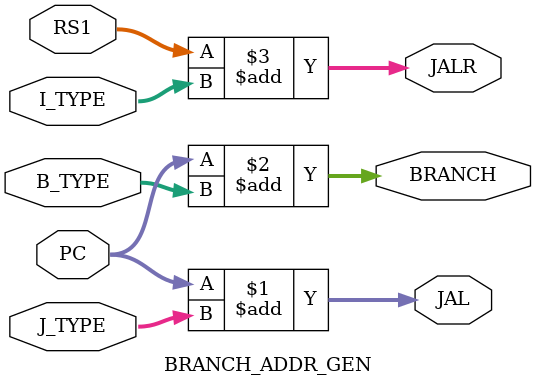
<source format=sv>
`timescale 1ns / 1ps


module BRANCH_ADDR_GEN(
    input [31:0] J_TYPE,
    input [31:0] B_TYPE,
    input [31:0] PC,
    input [31:0] I_TYPE,
    input [31:0] RS1,
    output [31:0] JAL,
    output [31:0] BRANCH,
    output [31:0] JALR
    );
    
    assign JAL = PC + J_TYPE;       //jal is program counter with J_Type immediate offset
    assign BRANCH = PC + B_TYPE;    //branch is program counter with B_TYPE immediate offset
    assign JALR = RS1 + I_TYPE;     //jalr is summation of source register and I_TYPE immediate
    
endmodule

</source>
